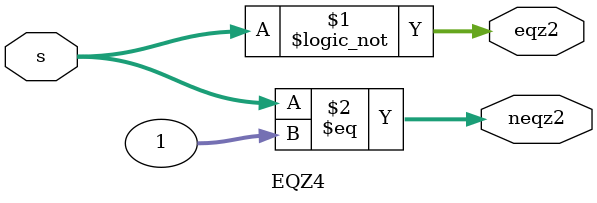
<source format=v>
`timescale 1ns / 1ps
module EQZ4(eqz2,neqz2,s);
input [31:0]s;
output reg [31:0]eqz2,neqz2;
assign eqz2= s==0;
assign neqz2= s==1;
    


endmodule

</source>
